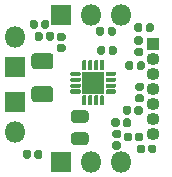
<source format=gts>
%TF.GenerationSoftware,KiCad,Pcbnew,(5.1.6-0-10_14)*%
%TF.CreationDate,2020-12-19T22:37:24+01:00*%
%TF.ProjectId,ESCv2,45534376-322e-46b6-9963-61645f706362,v0.1*%
%TF.SameCoordinates,Original*%
%TF.FileFunction,Soldermask,Top*%
%TF.FilePolarity,Negative*%
%FSLAX46Y46*%
G04 Gerber Fmt 4.6, Leading zero omitted, Abs format (unit mm)*
G04 Created by KiCad (PCBNEW (5.1.6-0-10_14)) date 2020-12-19 22:37:24*
%MOMM*%
%LPD*%
G01*
G04 APERTURE LIST*
%ADD10O,1.800000X1.800000*%
%ADD11R,1.800000X1.800000*%
%ADD12O,1.100000X1.100000*%
%ADD13R,1.100000X1.100000*%
%ADD14R,1.900000X1.900000*%
G04 APERTURE END LIST*
%TO.C,D1*%
G36*
G01*
X71960000Y-30602500D02*
X71960000Y-30997500D01*
G75*
G02*
X71787500Y-31170000I-172500J0D01*
G01*
X71442500Y-31170000D01*
G75*
G02*
X71270000Y-30997500I0J172500D01*
G01*
X71270000Y-30602500D01*
G75*
G02*
X71442500Y-30430000I172500J0D01*
G01*
X71787500Y-30430000D01*
G75*
G02*
X71960000Y-30602500I0J-172500D01*
G01*
G37*
G36*
G01*
X72930000Y-30602500D02*
X72930000Y-30997500D01*
G75*
G02*
X72757500Y-31170000I-172500J0D01*
G01*
X72412500Y-31170000D01*
G75*
G02*
X72240000Y-30997500I0J172500D01*
G01*
X72240000Y-30602500D01*
G75*
G02*
X72412500Y-30430000I172500J0D01*
G01*
X72757500Y-30430000D01*
G75*
G02*
X72930000Y-30602500I0J-172500D01*
G01*
G37*
%TD*%
%TO.C,D2*%
G36*
G01*
X71660000Y-42007500D02*
X71660000Y-41612500D01*
G75*
G02*
X71832500Y-41440000I172500J0D01*
G01*
X72177500Y-41440000D01*
G75*
G02*
X72350000Y-41612500I0J-172500D01*
G01*
X72350000Y-42007500D01*
G75*
G02*
X72177500Y-42180000I-172500J0D01*
G01*
X71832500Y-42180000D01*
G75*
G02*
X71660000Y-42007500I0J172500D01*
G01*
G37*
G36*
G01*
X70690000Y-42007500D02*
X70690000Y-41612500D01*
G75*
G02*
X70862500Y-41440000I172500J0D01*
G01*
X71207500Y-41440000D01*
G75*
G02*
X71380000Y-41612500I0J-172500D01*
G01*
X71380000Y-42007500D01*
G75*
G02*
X71207500Y-42180000I-172500J0D01*
G01*
X70862500Y-42180000D01*
G75*
G02*
X70690000Y-42007500I0J172500D01*
G01*
G37*
%TD*%
D10*
%TO.C,Motor1*%
X79040000Y-42480000D03*
X76500000Y-42480000D03*
D11*
X73960000Y-42480000D03*
%TD*%
D12*
%TO.C,J3*%
X81690000Y-40090000D03*
X81690000Y-38820000D03*
X81690000Y-37550000D03*
X81690000Y-36280000D03*
X81690000Y-35010000D03*
X81690000Y-33740000D03*
D13*
X81690000Y-32470000D03*
%TD*%
D10*
%TO.C,J1*%
X70000000Y-39920000D03*
D11*
X70000000Y-37380000D03*
%TD*%
D10*
%TO.C,J5*%
X70000000Y-31920000D03*
D11*
X70000000Y-34460000D03*
%TD*%
D10*
%TO.C,J2*%
X79040000Y-30030000D03*
X76500000Y-30030000D03*
D11*
X73960000Y-30030000D03*
%TD*%
D14*
%TO.C,U1*%
X76640000Y-35750000D03*
G36*
G01*
X75715000Y-34612500D02*
X75715000Y-33912500D01*
G75*
G02*
X75802500Y-33825000I87500J0D01*
G01*
X75977500Y-33825000D01*
G75*
G02*
X76065000Y-33912500I0J-87500D01*
G01*
X76065000Y-34612500D01*
G75*
G02*
X75977500Y-34700000I-87500J0D01*
G01*
X75802500Y-34700000D01*
G75*
G02*
X75715000Y-34612500I0J87500D01*
G01*
G37*
G36*
G01*
X76215000Y-34612500D02*
X76215000Y-33912500D01*
G75*
G02*
X76302500Y-33825000I87500J0D01*
G01*
X76477500Y-33825000D01*
G75*
G02*
X76565000Y-33912500I0J-87500D01*
G01*
X76565000Y-34612500D01*
G75*
G02*
X76477500Y-34700000I-87500J0D01*
G01*
X76302500Y-34700000D01*
G75*
G02*
X76215000Y-34612500I0J87500D01*
G01*
G37*
G36*
G01*
X76715000Y-34612500D02*
X76715000Y-33912500D01*
G75*
G02*
X76802500Y-33825000I87500J0D01*
G01*
X76977500Y-33825000D01*
G75*
G02*
X77065000Y-33912500I0J-87500D01*
G01*
X77065000Y-34612500D01*
G75*
G02*
X76977500Y-34700000I-87500J0D01*
G01*
X76802500Y-34700000D01*
G75*
G02*
X76715000Y-34612500I0J87500D01*
G01*
G37*
G36*
G01*
X77215000Y-34612500D02*
X77215000Y-33912500D01*
G75*
G02*
X77302500Y-33825000I87500J0D01*
G01*
X77477500Y-33825000D01*
G75*
G02*
X77565000Y-33912500I0J-87500D01*
G01*
X77565000Y-34612500D01*
G75*
G02*
X77477500Y-34700000I-87500J0D01*
G01*
X77302500Y-34700000D01*
G75*
G02*
X77215000Y-34612500I0J87500D01*
G01*
G37*
G36*
G01*
X77690000Y-35087500D02*
X77690000Y-34912500D01*
G75*
G02*
X77777500Y-34825000I87500J0D01*
G01*
X78477500Y-34825000D01*
G75*
G02*
X78565000Y-34912500I0J-87500D01*
G01*
X78565000Y-35087500D01*
G75*
G02*
X78477500Y-35175000I-87500J0D01*
G01*
X77777500Y-35175000D01*
G75*
G02*
X77690000Y-35087500I0J87500D01*
G01*
G37*
G36*
G01*
X77690000Y-35587500D02*
X77690000Y-35412500D01*
G75*
G02*
X77777500Y-35325000I87500J0D01*
G01*
X78477500Y-35325000D01*
G75*
G02*
X78565000Y-35412500I0J-87500D01*
G01*
X78565000Y-35587500D01*
G75*
G02*
X78477500Y-35675000I-87500J0D01*
G01*
X77777500Y-35675000D01*
G75*
G02*
X77690000Y-35587500I0J87500D01*
G01*
G37*
G36*
G01*
X77690000Y-36087500D02*
X77690000Y-35912500D01*
G75*
G02*
X77777500Y-35825000I87500J0D01*
G01*
X78477500Y-35825000D01*
G75*
G02*
X78565000Y-35912500I0J-87500D01*
G01*
X78565000Y-36087500D01*
G75*
G02*
X78477500Y-36175000I-87500J0D01*
G01*
X77777500Y-36175000D01*
G75*
G02*
X77690000Y-36087500I0J87500D01*
G01*
G37*
G36*
G01*
X77690000Y-36587500D02*
X77690000Y-36412500D01*
G75*
G02*
X77777500Y-36325000I87500J0D01*
G01*
X78477500Y-36325000D01*
G75*
G02*
X78565000Y-36412500I0J-87500D01*
G01*
X78565000Y-36587500D01*
G75*
G02*
X78477500Y-36675000I-87500J0D01*
G01*
X77777500Y-36675000D01*
G75*
G02*
X77690000Y-36587500I0J87500D01*
G01*
G37*
G36*
G01*
X77215000Y-37587500D02*
X77215000Y-36887500D01*
G75*
G02*
X77302500Y-36800000I87500J0D01*
G01*
X77477500Y-36800000D01*
G75*
G02*
X77565000Y-36887500I0J-87500D01*
G01*
X77565000Y-37587500D01*
G75*
G02*
X77477500Y-37675000I-87500J0D01*
G01*
X77302500Y-37675000D01*
G75*
G02*
X77215000Y-37587500I0J87500D01*
G01*
G37*
G36*
G01*
X76715000Y-37587500D02*
X76715000Y-36887500D01*
G75*
G02*
X76802500Y-36800000I87500J0D01*
G01*
X76977500Y-36800000D01*
G75*
G02*
X77065000Y-36887500I0J-87500D01*
G01*
X77065000Y-37587500D01*
G75*
G02*
X76977500Y-37675000I-87500J0D01*
G01*
X76802500Y-37675000D01*
G75*
G02*
X76715000Y-37587500I0J87500D01*
G01*
G37*
G36*
G01*
X76215000Y-37587500D02*
X76215000Y-36887500D01*
G75*
G02*
X76302500Y-36800000I87500J0D01*
G01*
X76477500Y-36800000D01*
G75*
G02*
X76565000Y-36887500I0J-87500D01*
G01*
X76565000Y-37587500D01*
G75*
G02*
X76477500Y-37675000I-87500J0D01*
G01*
X76302500Y-37675000D01*
G75*
G02*
X76215000Y-37587500I0J87500D01*
G01*
G37*
G36*
G01*
X75715000Y-37587500D02*
X75715000Y-36887500D01*
G75*
G02*
X75802500Y-36800000I87500J0D01*
G01*
X75977500Y-36800000D01*
G75*
G02*
X76065000Y-36887500I0J-87500D01*
G01*
X76065000Y-37587500D01*
G75*
G02*
X75977500Y-37675000I-87500J0D01*
G01*
X75802500Y-37675000D01*
G75*
G02*
X75715000Y-37587500I0J87500D01*
G01*
G37*
G36*
G01*
X74715000Y-36587500D02*
X74715000Y-36412500D01*
G75*
G02*
X74802500Y-36325000I87500J0D01*
G01*
X75502500Y-36325000D01*
G75*
G02*
X75590000Y-36412500I0J-87500D01*
G01*
X75590000Y-36587500D01*
G75*
G02*
X75502500Y-36675000I-87500J0D01*
G01*
X74802500Y-36675000D01*
G75*
G02*
X74715000Y-36587500I0J87500D01*
G01*
G37*
G36*
G01*
X74715000Y-36087500D02*
X74715000Y-35912500D01*
G75*
G02*
X74802500Y-35825000I87500J0D01*
G01*
X75502500Y-35825000D01*
G75*
G02*
X75590000Y-35912500I0J-87500D01*
G01*
X75590000Y-36087500D01*
G75*
G02*
X75502500Y-36175000I-87500J0D01*
G01*
X74802500Y-36175000D01*
G75*
G02*
X74715000Y-36087500I0J87500D01*
G01*
G37*
G36*
G01*
X74715000Y-35587500D02*
X74715000Y-35412500D01*
G75*
G02*
X74802500Y-35325000I87500J0D01*
G01*
X75502500Y-35325000D01*
G75*
G02*
X75590000Y-35412500I0J-87500D01*
G01*
X75590000Y-35587500D01*
G75*
G02*
X75502500Y-35675000I-87500J0D01*
G01*
X74802500Y-35675000D01*
G75*
G02*
X74715000Y-35587500I0J87500D01*
G01*
G37*
G36*
G01*
X74715000Y-35087500D02*
X74715000Y-34912500D01*
G75*
G02*
X74802500Y-34825000I87500J0D01*
G01*
X75502500Y-34825000D01*
G75*
G02*
X75590000Y-34912500I0J-87500D01*
G01*
X75590000Y-35087500D01*
G75*
G02*
X75502500Y-35175000I-87500J0D01*
G01*
X74802500Y-35175000D01*
G75*
G02*
X74715000Y-35087500I0J87500D01*
G01*
G37*
%TD*%
%TO.C,R12*%
G36*
G01*
X80302500Y-32800000D02*
X80697500Y-32800000D01*
G75*
G02*
X80870000Y-32972500I0J-172500D01*
G01*
X80870000Y-33317500D01*
G75*
G02*
X80697500Y-33490000I-172500J0D01*
G01*
X80302500Y-33490000D01*
G75*
G02*
X80130000Y-33317500I0J172500D01*
G01*
X80130000Y-32972500D01*
G75*
G02*
X80302500Y-32800000I172500J0D01*
G01*
G37*
G36*
G01*
X80302500Y-31830000D02*
X80697500Y-31830000D01*
G75*
G02*
X80870000Y-32002500I0J-172500D01*
G01*
X80870000Y-32347500D01*
G75*
G02*
X80697500Y-32520000I-172500J0D01*
G01*
X80302500Y-32520000D01*
G75*
G02*
X80130000Y-32347500I0J172500D01*
G01*
X80130000Y-32002500D01*
G75*
G02*
X80302500Y-31830000I172500J0D01*
G01*
G37*
%TD*%
%TO.C,R11*%
G36*
G01*
X78837500Y-40440000D02*
X78442500Y-40440000D01*
G75*
G02*
X78270000Y-40267500I0J172500D01*
G01*
X78270000Y-39922500D01*
G75*
G02*
X78442500Y-39750000I172500J0D01*
G01*
X78837500Y-39750000D01*
G75*
G02*
X79010000Y-39922500I0J-172500D01*
G01*
X79010000Y-40267500D01*
G75*
G02*
X78837500Y-40440000I-172500J0D01*
G01*
G37*
G36*
G01*
X78837500Y-41410000D02*
X78442500Y-41410000D01*
G75*
G02*
X78270000Y-41237500I0J172500D01*
G01*
X78270000Y-40892500D01*
G75*
G02*
X78442500Y-40720000I172500J0D01*
G01*
X78837500Y-40720000D01*
G75*
G02*
X79010000Y-40892500I0J-172500D01*
G01*
X79010000Y-41237500D01*
G75*
G02*
X78837500Y-41410000I-172500J0D01*
G01*
G37*
%TD*%
%TO.C,R8*%
G36*
G01*
X81030000Y-41162500D02*
X81030000Y-41557500D01*
G75*
G02*
X80857500Y-41730000I-172500J0D01*
G01*
X80512500Y-41730000D01*
G75*
G02*
X80340000Y-41557500I0J172500D01*
G01*
X80340000Y-41162500D01*
G75*
G02*
X80512500Y-40990000I172500J0D01*
G01*
X80857500Y-40990000D01*
G75*
G02*
X81030000Y-41162500I0J-172500D01*
G01*
G37*
G36*
G01*
X82000000Y-41162500D02*
X82000000Y-41557500D01*
G75*
G02*
X81827500Y-41730000I-172500J0D01*
G01*
X81482500Y-41730000D01*
G75*
G02*
X81310000Y-41557500I0J172500D01*
G01*
X81310000Y-41162500D01*
G75*
G02*
X81482500Y-40990000I172500J0D01*
G01*
X81827500Y-40990000D01*
G75*
G02*
X82000000Y-41162500I0J-172500D01*
G01*
G37*
%TD*%
%TO.C,R7*%
G36*
G01*
X73732500Y-32490000D02*
X74127500Y-32490000D01*
G75*
G02*
X74300000Y-32662500I0J-172500D01*
G01*
X74300000Y-33007500D01*
G75*
G02*
X74127500Y-33180000I-172500J0D01*
G01*
X73732500Y-33180000D01*
G75*
G02*
X73560000Y-33007500I0J172500D01*
G01*
X73560000Y-32662500D01*
G75*
G02*
X73732500Y-32490000I172500J0D01*
G01*
G37*
G36*
G01*
X73732500Y-31520000D02*
X74127500Y-31520000D01*
G75*
G02*
X74300000Y-31692500I0J-172500D01*
G01*
X74300000Y-32037500D01*
G75*
G02*
X74127500Y-32210000I-172500J0D01*
G01*
X73732500Y-32210000D01*
G75*
G02*
X73560000Y-32037500I0J172500D01*
G01*
X73560000Y-31692500D01*
G75*
G02*
X73732500Y-31520000I172500J0D01*
G01*
G37*
%TD*%
%TO.C,R6*%
G36*
G01*
X72370000Y-31622500D02*
X72370000Y-32017500D01*
G75*
G02*
X72197500Y-32190000I-172500J0D01*
G01*
X71852500Y-32190000D01*
G75*
G02*
X71680000Y-32017500I0J172500D01*
G01*
X71680000Y-31622500D01*
G75*
G02*
X71852500Y-31450000I172500J0D01*
G01*
X72197500Y-31450000D01*
G75*
G02*
X72370000Y-31622500I0J-172500D01*
G01*
G37*
G36*
G01*
X73340000Y-31622500D02*
X73340000Y-32017500D01*
G75*
G02*
X73167500Y-32190000I-172500J0D01*
G01*
X72822500Y-32190000D01*
G75*
G02*
X72650000Y-32017500I0J172500D01*
G01*
X72650000Y-31622500D01*
G75*
G02*
X72822500Y-31450000I172500J0D01*
G01*
X73167500Y-31450000D01*
G75*
G02*
X73340000Y-31622500I0J-172500D01*
G01*
G37*
%TD*%
%TO.C,R5*%
G36*
G01*
X80330000Y-34507500D02*
X80330000Y-34112500D01*
G75*
G02*
X80502500Y-33940000I172500J0D01*
G01*
X80847500Y-33940000D01*
G75*
G02*
X81020000Y-34112500I0J-172500D01*
G01*
X81020000Y-34507500D01*
G75*
G02*
X80847500Y-34680000I-172500J0D01*
G01*
X80502500Y-34680000D01*
G75*
G02*
X80330000Y-34507500I0J172500D01*
G01*
G37*
G36*
G01*
X79360000Y-34507500D02*
X79360000Y-34112500D01*
G75*
G02*
X79532500Y-33940000I172500J0D01*
G01*
X79877500Y-33940000D01*
G75*
G02*
X80050000Y-34112500I0J-172500D01*
G01*
X80050000Y-34507500D01*
G75*
G02*
X79877500Y-34680000I-172500J0D01*
G01*
X79532500Y-34680000D01*
G75*
G02*
X79360000Y-34507500I0J172500D01*
G01*
G37*
%TD*%
%TO.C,R4*%
G36*
G01*
X80777500Y-36450000D02*
X80382500Y-36450000D01*
G75*
G02*
X80210000Y-36277500I0J172500D01*
G01*
X80210000Y-35932500D01*
G75*
G02*
X80382500Y-35760000I172500J0D01*
G01*
X80777500Y-35760000D01*
G75*
G02*
X80950000Y-35932500I0J-172500D01*
G01*
X80950000Y-36277500D01*
G75*
G02*
X80777500Y-36450000I-172500J0D01*
G01*
G37*
G36*
G01*
X80777500Y-37420000D02*
X80382500Y-37420000D01*
G75*
G02*
X80210000Y-37247500I0J172500D01*
G01*
X80210000Y-36902500D01*
G75*
G02*
X80382500Y-36730000I172500J0D01*
G01*
X80777500Y-36730000D01*
G75*
G02*
X80950000Y-36902500I0J-172500D01*
G01*
X80950000Y-37247500D01*
G75*
G02*
X80777500Y-37420000I-172500J0D01*
G01*
G37*
%TD*%
%TO.C,R3*%
G36*
G01*
X80140000Y-38277500D02*
X80140000Y-37882500D01*
G75*
G02*
X80312500Y-37710000I172500J0D01*
G01*
X80657500Y-37710000D01*
G75*
G02*
X80830000Y-37882500I0J-172500D01*
G01*
X80830000Y-38277500D01*
G75*
G02*
X80657500Y-38450000I-172500J0D01*
G01*
X80312500Y-38450000D01*
G75*
G02*
X80140000Y-38277500I0J172500D01*
G01*
G37*
G36*
G01*
X79170000Y-38277500D02*
X79170000Y-37882500D01*
G75*
G02*
X79342500Y-37710000I172500J0D01*
G01*
X79687500Y-37710000D01*
G75*
G02*
X79860000Y-37882500I0J-172500D01*
G01*
X79860000Y-38277500D01*
G75*
G02*
X79687500Y-38450000I-172500J0D01*
G01*
X79342500Y-38450000D01*
G75*
G02*
X79170000Y-38277500I0J172500D01*
G01*
G37*
%TD*%
%TO.C,R2*%
G36*
G01*
X77860000Y-31587500D02*
X77860000Y-31192500D01*
G75*
G02*
X78032500Y-31020000I172500J0D01*
G01*
X78377500Y-31020000D01*
G75*
G02*
X78550000Y-31192500I0J-172500D01*
G01*
X78550000Y-31587500D01*
G75*
G02*
X78377500Y-31760000I-172500J0D01*
G01*
X78032500Y-31760000D01*
G75*
G02*
X77860000Y-31587500I0J172500D01*
G01*
G37*
G36*
G01*
X76890000Y-31587500D02*
X76890000Y-31192500D01*
G75*
G02*
X77062500Y-31020000I172500J0D01*
G01*
X77407500Y-31020000D01*
G75*
G02*
X77580000Y-31192500I0J-172500D01*
G01*
X77580000Y-31587500D01*
G75*
G02*
X77407500Y-31760000I-172500J0D01*
G01*
X77062500Y-31760000D01*
G75*
G02*
X76890000Y-31587500I0J172500D01*
G01*
G37*
%TD*%
%TO.C,R1*%
G36*
G01*
X80200000Y-40557500D02*
X80200000Y-40162500D01*
G75*
G02*
X80372500Y-39990000I172500J0D01*
G01*
X80717500Y-39990000D01*
G75*
G02*
X80890000Y-40162500I0J-172500D01*
G01*
X80890000Y-40557500D01*
G75*
G02*
X80717500Y-40730000I-172500J0D01*
G01*
X80372500Y-40730000D01*
G75*
G02*
X80200000Y-40557500I0J172500D01*
G01*
G37*
G36*
G01*
X79230000Y-40557500D02*
X79230000Y-40162500D01*
G75*
G02*
X79402500Y-39990000I172500J0D01*
G01*
X79747500Y-39990000D01*
G75*
G02*
X79920000Y-40162500I0J-172500D01*
G01*
X79920000Y-40557500D01*
G75*
G02*
X79747500Y-40730000I-172500J0D01*
G01*
X79402500Y-40730000D01*
G75*
G02*
X79230000Y-40557500I0J172500D01*
G01*
G37*
%TD*%
%TO.C,C13*%
G36*
G01*
X80810000Y-30892500D02*
X80810000Y-31287500D01*
G75*
G02*
X80637500Y-31460000I-172500J0D01*
G01*
X80292500Y-31460000D01*
G75*
G02*
X80120000Y-31287500I0J172500D01*
G01*
X80120000Y-30892500D01*
G75*
G02*
X80292500Y-30720000I172500J0D01*
G01*
X80637500Y-30720000D01*
G75*
G02*
X80810000Y-30892500I0J-172500D01*
G01*
G37*
G36*
G01*
X81780000Y-30892500D02*
X81780000Y-31287500D01*
G75*
G02*
X81607500Y-31460000I-172500J0D01*
G01*
X81262500Y-31460000D01*
G75*
G02*
X81090000Y-31287500I0J172500D01*
G01*
X81090000Y-30892500D01*
G75*
G02*
X81262500Y-30720000I172500J0D01*
G01*
X81607500Y-30720000D01*
G75*
G02*
X81780000Y-30892500I0J-172500D01*
G01*
G37*
%TD*%
%TO.C,C4*%
G36*
G01*
X72995000Y-34605000D02*
X71685000Y-34605000D01*
G75*
G02*
X71415000Y-34335000I0J270000D01*
G01*
X71415000Y-33525000D01*
G75*
G02*
X71685000Y-33255000I270000J0D01*
G01*
X72995000Y-33255000D01*
G75*
G02*
X73265000Y-33525000I0J-270000D01*
G01*
X73265000Y-34335000D01*
G75*
G02*
X72995000Y-34605000I-270000J0D01*
G01*
G37*
G36*
G01*
X72995000Y-37405000D02*
X71685000Y-37405000D01*
G75*
G02*
X71415000Y-37135000I0J270000D01*
G01*
X71415000Y-36325000D01*
G75*
G02*
X71685000Y-36055000I270000J0D01*
G01*
X72995000Y-36055000D01*
G75*
G02*
X73265000Y-36325000I0J-270000D01*
G01*
X73265000Y-37135000D01*
G75*
G02*
X72995000Y-37405000I-270000J0D01*
G01*
G37*
%TD*%
%TO.C,C3*%
G36*
G01*
X75038750Y-39950000D02*
X76001250Y-39950000D01*
G75*
G02*
X76270000Y-40218750I0J-268750D01*
G01*
X76270000Y-40756250D01*
G75*
G02*
X76001250Y-41025000I-268750J0D01*
G01*
X75038750Y-41025000D01*
G75*
G02*
X74770000Y-40756250I0J268750D01*
G01*
X74770000Y-40218750D01*
G75*
G02*
X75038750Y-39950000I268750J0D01*
G01*
G37*
G36*
G01*
X75038750Y-38075000D02*
X76001250Y-38075000D01*
G75*
G02*
X76270000Y-38343750I0J-268750D01*
G01*
X76270000Y-38881250D01*
G75*
G02*
X76001250Y-39150000I-268750J0D01*
G01*
X75038750Y-39150000D01*
G75*
G02*
X74770000Y-38881250I0J268750D01*
G01*
X74770000Y-38343750D01*
G75*
G02*
X75038750Y-38075000I268750J0D01*
G01*
G37*
%TD*%
%TO.C,C2*%
G36*
G01*
X77940000Y-33207500D02*
X77940000Y-32812500D01*
G75*
G02*
X78112500Y-32640000I172500J0D01*
G01*
X78457500Y-32640000D01*
G75*
G02*
X78630000Y-32812500I0J-172500D01*
G01*
X78630000Y-33207500D01*
G75*
G02*
X78457500Y-33380000I-172500J0D01*
G01*
X78112500Y-33380000D01*
G75*
G02*
X77940000Y-33207500I0J172500D01*
G01*
G37*
G36*
G01*
X76970000Y-33207500D02*
X76970000Y-32812500D01*
G75*
G02*
X77142500Y-32640000I172500J0D01*
G01*
X77487500Y-32640000D01*
G75*
G02*
X77660000Y-32812500I0J-172500D01*
G01*
X77660000Y-33207500D01*
G75*
G02*
X77487500Y-33380000I-172500J0D01*
G01*
X77142500Y-33380000D01*
G75*
G02*
X76970000Y-33207500I0J172500D01*
G01*
G37*
%TD*%
%TO.C,C1*%
G36*
G01*
X78880000Y-38952500D02*
X78880000Y-39347500D01*
G75*
G02*
X78707500Y-39520000I-172500J0D01*
G01*
X78362500Y-39520000D01*
G75*
G02*
X78190000Y-39347500I0J172500D01*
G01*
X78190000Y-38952500D01*
G75*
G02*
X78362500Y-38780000I172500J0D01*
G01*
X78707500Y-38780000D01*
G75*
G02*
X78880000Y-38952500I0J-172500D01*
G01*
G37*
G36*
G01*
X79850000Y-38952500D02*
X79850000Y-39347500D01*
G75*
G02*
X79677500Y-39520000I-172500J0D01*
G01*
X79332500Y-39520000D01*
G75*
G02*
X79160000Y-39347500I0J172500D01*
G01*
X79160000Y-38952500D01*
G75*
G02*
X79332500Y-38780000I172500J0D01*
G01*
X79677500Y-38780000D01*
G75*
G02*
X79850000Y-38952500I0J-172500D01*
G01*
G37*
%TD*%
M02*

</source>
